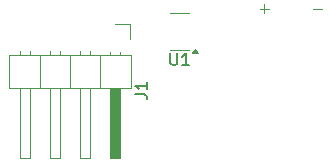
<source format=gbr>
%TF.GenerationSoftware,KiCad,Pcbnew,9.0.2*%
%TF.CreationDate,2025-06-02T23:01:04+02:00*%
%TF.ProjectId,receiver_board,72656365-6976-4657-925f-626f6172642e,rev?*%
%TF.SameCoordinates,Original*%
%TF.FileFunction,Legend,Top*%
%TF.FilePolarity,Positive*%
%FSLAX46Y46*%
G04 Gerber Fmt 4.6, Leading zero omitted, Abs format (unit mm)*
G04 Created by KiCad (PCBNEW 9.0.2) date 2025-06-02 23:01:04*
%MOMM*%
%LPD*%
G01*
G04 APERTURE LIST*
%ADD10C,0.150000*%
%ADD11C,0.100000*%
%ADD12C,0.120000*%
G04 APERTURE END LIST*
D10*
X39238095Y-37739819D02*
X39238095Y-38549342D01*
X39238095Y-38549342D02*
X39285714Y-38644580D01*
X39285714Y-38644580D02*
X39333333Y-38692200D01*
X39333333Y-38692200D02*
X39428571Y-38739819D01*
X39428571Y-38739819D02*
X39619047Y-38739819D01*
X39619047Y-38739819D02*
X39714285Y-38692200D01*
X39714285Y-38692200D02*
X39761904Y-38644580D01*
X39761904Y-38644580D02*
X39809523Y-38549342D01*
X39809523Y-38549342D02*
X39809523Y-37739819D01*
X40809523Y-38739819D02*
X40238095Y-38739819D01*
X40523809Y-38739819D02*
X40523809Y-37739819D01*
X40523809Y-37739819D02*
X40428571Y-37882676D01*
X40428571Y-37882676D02*
X40333333Y-37977914D01*
X40333333Y-37977914D02*
X40238095Y-38025533D01*
D11*
X46803884Y-33991466D02*
X47565789Y-33991466D01*
X47184836Y-34372419D02*
X47184836Y-33610514D01*
X51303884Y-33991466D02*
X52065789Y-33991466D01*
D10*
X36264819Y-41218333D02*
X36979104Y-41218333D01*
X36979104Y-41218333D02*
X37121961Y-41265952D01*
X37121961Y-41265952D02*
X37217200Y-41361190D01*
X37217200Y-41361190D02*
X37264819Y-41504047D01*
X37264819Y-41504047D02*
X37264819Y-41599285D01*
X37264819Y-40218333D02*
X37264819Y-40789761D01*
X37264819Y-40504047D02*
X36264819Y-40504047D01*
X36264819Y-40504047D02*
X36407676Y-40599285D01*
X36407676Y-40599285D02*
X36502914Y-40694523D01*
X36502914Y-40694523D02*
X36550533Y-40789761D01*
D12*
%TO.C,U1*%
X41540000Y-37725000D02*
X41060000Y-37725000D01*
X41300000Y-37395000D01*
X41540000Y-37725000D01*
G36*
X41540000Y-37725000D02*
G01*
X41060000Y-37725000D01*
X41300000Y-37395000D01*
X41540000Y-37725000D01*
G37*
X40000000Y-34325000D02*
X39200000Y-34325000D01*
X40000000Y-34325000D02*
X40800000Y-34325000D01*
X40000000Y-37445000D02*
X39200000Y-37445000D01*
X40000000Y-37445000D02*
X40800000Y-37445000D01*
%TO.C,J1*%
X35810000Y-35230000D02*
X35810000Y-36500000D01*
X34540000Y-35230000D02*
X35810000Y-35230000D01*
X32430000Y-37577358D02*
X32430000Y-37890000D01*
X31570000Y-37577358D02*
X31570000Y-37890000D01*
X29890000Y-37577358D02*
X29890000Y-37890000D01*
X29030000Y-37577358D02*
X29030000Y-37890000D01*
X27350000Y-37577358D02*
X27350000Y-37890000D01*
X26490000Y-37577358D02*
X26490000Y-37890000D01*
X34970000Y-37660000D02*
X34970000Y-37890000D01*
X34110000Y-37660000D02*
X34110000Y-37890000D01*
X35920000Y-37890000D02*
X25540000Y-37890000D01*
X33270000Y-37890000D02*
X33270000Y-40650000D01*
X30730000Y-37890000D02*
X30730000Y-40650000D01*
X28190000Y-37890000D02*
X28190000Y-40650000D01*
X25540000Y-37890000D02*
X25540000Y-40650000D01*
X35920000Y-40650000D02*
X35920000Y-37890000D01*
X32430000Y-40650000D02*
X32430000Y-46650000D01*
X29890000Y-40650000D02*
X29890000Y-46650000D01*
X27350000Y-40650000D02*
X27350000Y-46650000D01*
X25540000Y-40650000D02*
X35920000Y-40650000D01*
X32430000Y-46650000D02*
X31570000Y-46650000D01*
X31570000Y-46650000D02*
X31570000Y-40650000D01*
X29890000Y-46650000D02*
X29030000Y-46650000D01*
X29030000Y-46650000D02*
X29030000Y-40650000D01*
X27350000Y-46650000D02*
X26490000Y-46650000D01*
X26490000Y-46650000D02*
X26490000Y-40650000D01*
X34970000Y-40650000D02*
X34110000Y-40650000D01*
X34110000Y-46650000D01*
X34970000Y-46650000D01*
X34970000Y-40650000D01*
G36*
X34970000Y-40650000D02*
G01*
X34110000Y-40650000D01*
X34110000Y-46650000D01*
X34970000Y-46650000D01*
X34970000Y-40650000D01*
G37*
%TD*%
M02*

</source>
